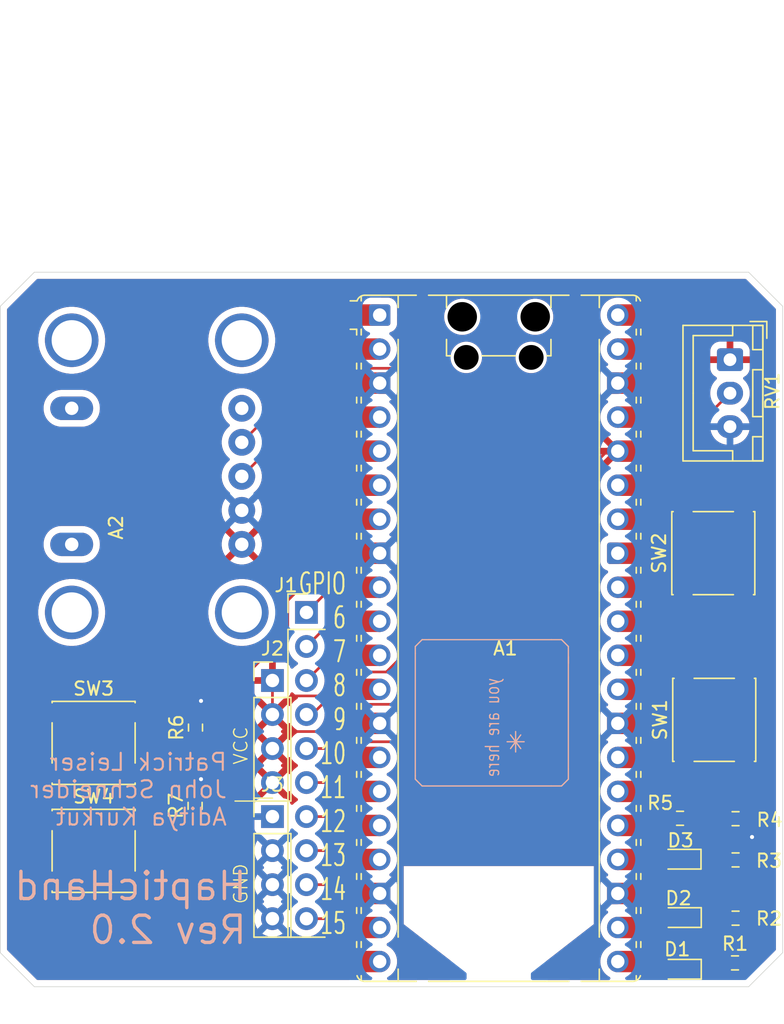
<source format=kicad_pcb>
(kicad_pcb (version 20241229) (generator "pcbnew") (generator_version "9.0")
  (layers (0 "F.Cu" signal) (2 "B.Cu" signal) (13 "F.Paste" user) (15 "B.Paste" user) (5 "F.SilkS" user "F.Silkscreen") (7 "B.SilkS" user "B.Silkscreen") (1 "F.Mask" user) (3 "B.Mask" user) (25 "Edge.Cuts" user))
  (net 0 "")
  (net 1 "Net-(A1-GPIO7)")
  (net 2 "Net-(A1-GPIO13)")
  (net 3 "Net-(A1-GPIO14)")
  (net 4 "VCC")
  (net 5 "Net-(A1-GPIO26_ADC0)")
  (net 6 "Net-(A1-GPIO18)")
  (net 7 "Net-(A1-GPIO15)")
  (net 10 "Net-(A1-GPIO3)")
  (net 11 "Net-(A1-GPIO9)")
  (net 12 "GND")
  (net 13 "Net-(A1-GPIO10)")
  (net 14 "Net-(A1-GPIO20)")
  (net 15 "Net-(A1-GPIO6)")
  (net 17 "Net-(A1-GPIO17)")
  (net 20 "Net-(A1-GPIO16)")
  (net 21 "Net-(A1-GPIO12)")
  (net 23 "Net-(A1-GPIO8)")
  (net 24 "Net-(A1-GPIO11)")
  (net 29 "Net-(A1-GPIO2)")
  (net 30 "Net-(A1-GPIO19)")
  (net 31 "Net-(A2-Motor-)")
  (net 32 "Net-(A2-Motor+)")
  (net 34 "Net-(D1-K)")
  (net 35 "Net-(D2-K)")
  (net 36 "Net-(D3-K)")
  (net 38 "btn_4")
  (net 40 "btn_3")
  (footprint "Connector_PinHeader_2.54mm:PinHeader_1x04_P2.54mm_Vertical" (layer "F.Cu") (at 101.6 119.38)
    (property "Reference" "J2")
    (property "Value" "Conn_01x04_Pin")
  )
  (footprint "Resistor_SMD:R_0603_1608Metric_Pad0.98x0.95mm_HandSolder" (layer "F.Cu") (at 95.825 128.737 90)
    (property "Reference" "R7")
    (property "Value" "R_Small")
  )
  (footprint "LED_SMD:LED_0603_1608Metric_Pad1.05x0.95mm_HandSolder" (layer "F.Cu") (at 131.962 137.077 180)
    (property "Reference" "D2")
    (property "Value" "LED")
  )
  (footprint "Resistor_SMD:R_0603_1608Metric_Pad0.98x0.95mm_HandSolder" (layer "F.Cu") (at 136.185 132.775)
    (property "Reference" "R3")
    (property "Value" "R_Small")
  )
  (footprint "Connector_PinHeader_2.54mm:PinHeader_1x10_P2.54mm_Vertical" (layer "F.Cu") (at 104.14 114.3)
    (property "Reference" "J1")
    (property "Value" "GPIO6-15")
  )
  (footprint "Button_Switch_SMD:SW_Push_1P1T_NO_E-Switch_TL3301NxxxxxG" (layer "F.Cu") (at 134.593 122.319 90)
    (property "Reference" "SW1")
    (property "Value" "SW_Push")
  )
  (footprint "Resistor_SMD:R_0603_1608Metric_Pad0.98x0.95mm_HandSolder" (layer "F.Cu") (at 136.185 137.123)
    (property "Reference" "R2")
    (property "Value" "R_Small")
  )
  (footprint "HapticHand_Project_Library:Adafruit DRV2605L Breakout" (layer "F.Cu") (at 84.07 116.84 90)
    (property "Reference" "A2")
    (property "Value" "Haptic Breakout")
  )
  (footprint "LED_SMD:LED_0603_1608Metric_Pad1.05x0.95mm_HandSolder" (layer "F.Cu") (at 131.962 140.937 180)
    (property "Reference" "D1")
    (property "Value" "LED")
  )
  (footprint "Resistor_SMD:R_0603_1608Metric_Pad0.98x0.95mm_HandSolder" (layer "F.Cu") (at 136.185 129.697)
    (property "Reference" "R4")
    (property "Value" "R_Small")
  )
  (footprint "Button_Switch_SMD:SW_Push_1P1T_NO_E-Switch_TL3301NxxxxxG" (layer "F.Cu") (at 134.523 109.873 90)
    (property "Reference" "SW2")
    (property "Value" "SW_Push")
  )
  (footprint "Resistor_SMD:R_0603_1608Metric_Pad0.98x0.95mm_HandSolder" (layer "F.Cu") (at 136.144 140.462)
    (property "Reference" "R1")
    (property "Value" "R_Small")
  )
  (footprint "Connector_JST:JST_XH_B3B-XH-A_1x03_P2.50mm_Vertical" (layer "F.Cu") (at 135.769 95.431 -90)
    (property "Reference" "RV1")
    (property "Value" "R_Potentiometer_US")
  )
  (footprint "Button_Switch_SMD:SW_Push_1P1T_NO_E-Switch_TL3301NxxxxxG" (layer "F.Cu") (at 88.247 124.039)
    (property "Reference" "SW3")
    (property "Value" "SW_Push")
  )
  (footprint "Button_Switch_SMD:SW_Push_1P1T_NO_E-Switch_TL3301NxxxxxG" (layer "F.Cu") (at 88.247 132.097)
    (property "Reference" "SW4")
    (property "Value" "SW_Push")
  )
  (footprint "Resistor_SMD:R_0603_1608Metric_Pad0.98x0.95mm_HandSolder" (layer "F.Cu") (at 95.855 122.895 90)
    (property "Reference" "R6")
    (property "Value" "R_Small")
  )
  (footprint "LED_SMD:LED_0603_1608Metric_Pad1.05x0.95mm_HandSolder" (layer "F.Cu") (at 131.944 132.721 180)
    (property "Reference" "D3")
    (property "Value" "LED")
  )
  (footprint "Module:RaspberryPi_Pico_Common_Unspecified" (layer "F.Cu") (at 118.499 116.23)
    (property "Reference" "A1")
    (property "Value" "RaspberryPi_Pico_W")
  )
  (footprint "Connector_PinHeader_2.54mm:PinHeader_1x04_P2.54mm_Vertical" (layer "F.Cu") (at 101.6 129.54)
    (property "Reference" "J3")
    (property "Value" "Conn_01x04_Pin")
  )
  (footprint "Resistor_SMD:R_0603_1608Metric_Pad0.98x0.95mm_HandSolder" (layer "F.Cu") (at 132.039 129.667)
    (property "Reference" "R5")
    (property "Value" "R_Small")
  )
  (gr_line (start 98.806 128.38) (end 102.98 128.38) (stroke (width 0.1)) (layer "F.SilkS"))
  (gr_line (start 113.284 116.332) (end 122.428 116.332) (stroke (width 0.1)) (layer "B.SilkS"))
  (gr_line (start 123.698 126.746) (end 123.698 125.984) (stroke (width 0.1)) (layer "B.SilkS"))
  (gr_line (start 112.776 116.332) (end 113.284 116.332) (stroke (width 0.1)) (layer "B.SilkS"))
  (gr_line (start 119.38 124.46) (end 120.142 123.444) (stroke (width 0.1)) (layer "B.SilkS"))
  (gr_line (start 112.268 126.746) (end 112.268 126.492) (stroke (width 0.1)) (layer "B.SilkS"))
  (gr_line (start 122.428 127.254) (end 112.776 127.254) (stroke (width 0.1)) (layer "B.SilkS"))
  (gr_line (start 112.776 127.254) (end 112.268 126.746) (stroke (width 0.1)) (layer "B.SilkS"))
  (gr_line (start 123.698 126.746) (end 123.19 127.254) (stroke (width 0.1)) (layer "B.SilkS"))
  (gr_line (start 123.698 117.602) (end 123.698 125.984) (stroke (width 0.1)) (layer "B.SilkS"))
  (gr_line (start 119.761 124.714) (end 119.761 123.19) (stroke (width 0.1)) (layer "B.SilkS"))
  (gr_line (start 122.428 116.332) (end 123.19 116.332) (stroke (width 0.1)) (layer "B.SilkS"))
  (gr_line (start 123.698 118.11) (end 123.698 116.84) (stroke (width 0.1)) (layer "B.SilkS"))
  (gr_line (start 112.268 116.84) (end 112.268 117.348) (stroke (width 0.1)) (layer "B.SilkS"))
  (gr_line (start 119.126 123.952) (end 120.396 123.952) (stroke (width 0.1)) (layer "B.SilkS"))
  (gr_line (start 123.19 127.254) (end 122.428 127.254) (stroke (width 0.1)) (layer "B.SilkS"))
  (gr_line (start 112.776 116.332) (end 112.268 116.84) (stroke (width 0.1)) (layer "B.SilkS"))
  (gr_line (start 123.19 116.332) (end 123.698 116.84) (stroke (width 0.1)) (layer "B.SilkS"))
  (gr_line (start 112.268 126.492) (end 112.268 117.348) (stroke (width 0.1)) (layer "B.SilkS"))
  (gr_line (start 119.38 123.444) (end 120.142 124.46) (stroke (width 0.1)) (layer "B.SilkS"))
  (gr_line (start 137.16 88.9) (end 139.7 91.44) (stroke (width 0.05)) (layer "Edge.Cuts"))
  (gr_line (start 83.82 88.9) (end 81.28 91.44) (stroke (width 0.05)) (layer "Edge.Cuts"))
  (gr_line (start 139.7 139.7) (end 137.16 142.24) (stroke (width 0.05)) (layer "Edge.Cuts"))
  (gr_line (start 83.82 142.24) (end 137.16 142.24) (stroke (width 0.05)) (layer "Edge.Cuts"))
  (gr_line (start 81.28 139.7) (end 83.82 142.24) (stroke (width 0.05)) (layer "Edge.Cuts"))
  (gr_line (start 137.16 88.9) (end 83.82 88.9) (stroke (width 0.05)) (layer "Edge.Cuts"))
  (gr_line (start 139.7 139.7) (end 139.7 91.44) (stroke (width 0.05)) (layer "Edge.Cuts"))
  (gr_line (start 81.28 91.44) (end 81.28 139.7) (stroke (width 0.05)) (layer "Edge.Cuts"))
  (gr_text "VCC" (at 99.822 125.73 90) (layer "F.SilkS") (effects (font (size 1 1) (thickness 0.1)) (justify left bottom)))
  (gr_text "GND" (at 99.822 136.144 90) (layer "F.SilkS") (effects (font (size 1 1) (thickness 0.1)) (justify left bottom)))
  (gr_text "GPIO\n6\n7\n8\n9\n10\n11\n12\n13\n14\n15" (at 107.188 138.43 0) (layer "F.SilkS") (effects (font (size 1.5748 1)) (justify right bottom)))
  (gr_text "HapticHand\nRev 2.0" (at 99.822 139.192 0) (layer "B.SilkS") (effects (font (size 2.032 2.032) (thickness 0.254)) (justify left bottom mirror)))
  (gr_text "you are here" (at 118.618 119.126 90) (layer "B.SilkS") (effects (font (size 1 0.762) (thickness 0.1)) (justify left bottom mirror)))
  (gr_text "Patrick Leiser\nJohn Schneider\nAditya Kurkut" (at 98.298 130.302 0) (layer "B.SilkS") (effects (font (size 1.27 1.27) (thickness 0.15875)) (justify left bottom mirror)))
  (segment (start 106.02 114.96) (end 104.14 116.84) (width 0.2) (layer "F.Cu") (net 1))
  (segment (start 108.809 114.96) (end 106.02 114.96) (width 0.2) (layer "F.Cu") (net 1))
  (segment (start 106.196 132.74) (end 109.609 132.74) (width 0.2) (layer "F.Cu") (net 2))
  (segment (start 106.196 132.74) (end 105.536 132.08) (width 0.2) (layer "F.Cu") (net 2))
  (segment (start 105.536 132.08) (end 104.14 132.08) (width 0.2) (layer "F.Cu") (net 2))
  (segment (start 105.609 134.62) (end 104.14 134.62) (width 0.2) (layer "F.Cu") (net 3))
  (segment (start 108.736 137.82) (end 109.609 137.82) (width 0.2) (layer "F.Cu") (net 3))
  (segment (start 108.809 137.82) (end 105.609 134.62) (width 0.2) (layer "F.Cu") (net 3))
  (segment (start 102.743 123.063) (end 101.6 121.92) (width 0.2) (layer "F.Cu") (net 4))
  (segment (start 101.157 96.074) (end 100.584 96.647) (width 0.2) (layer "F.Cu") (net 4))
  (segment (start 110.744 123.952) (end 107.188 123.952) (width 0.2) (layer "F.Cu") (net 4))
  (segment (start 111.506 123.19) (end 110.744 123.952) (width 0.2) (layer "F.Cu") (net 4))
  (segment (start 107.188 123.952) (end 106.426 123.19) (width 0.2) (layer "F.Cu") (net 4))
  (segment (start 122.792 97.663) (end 116.672463 97.663) (width 0.2) (layer "F.Cu") (net 4))
  (segment (start 111.887 118.11) (end 111.887 117.983) (width 0.2) (layer "F.Cu") (net 4))
  (segment (start 111.887 118.11) (end 111.887 119.761) (width 0.2) (layer "F.Cu") (net 4))
  (segment (start 126.594 102.26) (end 127.389 102.26) (width 0.2) (layer "F.Cu") (net 4))
  (segment (start 102.989 120.531) (end 101.6 121.92) (width 0.2) (layer "F.Cu") (net 4))
  (segment (start 111.887 117.983) (end 111.379 117.475) (width 0.2) (layer "F.Cu") (net 4))
  (segment (start 107.696 121.158) (end 105.664 123.19) (width 0.2) (layer "F.Cu") (net 4))
  (segment (start 106.81676 118.745) (end 105.03076 120.531) (width 0.2) (layer "F.Cu") (net 4))
  (segment (start 105.03076 120.531) (end 102.989 120.531) (width 0.2) (layer "F.Cu") (net 4))
  (segment (start 102.743 123.19) (end 102.743 123.063) (width 0.2) (layer "F.Cu") (net 4))
  (segment (start 127.389 102.26) (end 122.792 97.663) (width 0.2) (layer "F.Cu") (net 4))
  (segment (start 110.744 120.904) (end 110.49 121.158) (width 0.2) (layer "F.Cu") (net 4))
  (segment (start 110.109 118.745) (end 106.81676 118.745) (width 0.2) (layer "F.Cu") (net 4))
  (segment (start 98.298 96.647) (end 97.282 97.663) (width 0.2) (layer "F.Cu") (net 4))
  (segment (start 100.584 96.647) (end 98.298 96.647) (width 0.2) (layer "F.Cu") (net 4))
  (segment (start 110.744 120.904) (end 111.506 121.666) (width 0.2) (layer "F.Cu") (net 4))
  (segment (start 101.6 119.38) (end 101.6 121.92) (width 0.2) (layer "F.Cu") (net 4))
  (segment (start 111.379 117.475) (end 126.594 102.26) (width 0.2) (layer "F.Cu") (net 4))
  (segment (start 97.282 97.663) (end 97.282 107.192) (width 0.2) (layer "F.Cu") (net 4))
  (segment (start 97.282 107.192) (end 99.31 109.22) (width 0.2) (layer "F.Cu") (net 4))
  (segment (start 110.49 121.158) (end 107.696 121.158) (width 0.2) (layer "F.Cu") (net 4))
  (segment (start 111.887 119.761) (end 110.744 120.904) (width 0.2) (layer "F.Cu") (net 4))
  (segment (start 116.672463 97.663) (end 115.083463 96.074) (width 0.2) (layer "F.Cu") (net 4))
  (segment (start 105.664 123.19) (end 102.743 123.19) (width 0.2) (layer "F.Cu") (net 4))
  (segment (start 111.379 117.475) (end 110.109 118.745) (width 0.2) (layer "F.Cu") (net 4))
  (segment (start 115.083463 96.074) (end 101.157 96.074) (width 0.2) (layer "F.Cu") (net 4))
  (segment (start 111.506 121.666) (end 111.506 123.19) (width 0.2) (layer "F.Cu") (net 4))
  (segment (start 130.095 103.605) (end 130.095 113.38537) (width 0.2) (layer "F.Cu") (net 5))
  (segment (start 128.52037 114.96) (end 127.389 114.96) (width 0.2) (layer "F.Cu") (net 5))
  (segment (start 130.095 113.38537) (end 128.52037 114.96) (width 0.2) (layer "F.Cu") (net 5))
  (segment (start 135.769 97.931) (end 130.095 103.605) (width 0.2) (layer "F.Cu") (net 5))
  (segment (start 128.189 132.74) (end 131.05 132.74) (width 0.2) (layer "F.Cu") (net 6))
  (segment (start 131.05 132.74) (end 131.069 132.721) (width 0.2) (layer "F.Cu") (net 6))
  (segment (start 108.736 140.36) (end 109.609 140.36) (width 0.2) (layer "F.Cu") (net 7))
  (segment (start 108.809 140.36) (end 105.609 137.16) (width 0.2) (layer "F.Cu") (net 7))
  (segment (start 105.609 137.16) (end 104.14 137.16) (width 0.2) (layer "F.Cu") (net 7))
  (segment (start 109.609 102.26) (end 101.19 102.26) (width 0.2) (layer "F.Cu") (net 10))
  (segment (start 107.794 102.26) (end 108.809 102.26) (width 0.2) (layer "F.Cu") (net 10))
  (segment (start 101.19 102.26) (end 99.31 104.14) (width 0.2) (layer "F.Cu") (net 10))
  (segment (start 104.554 121.92) (end 104.14 121.92) (width 0.2) (layer "F.Cu") (net 11))
  (segment (start 106.434 120.04) (end 104.554 121.92) (width 0.2) (layer "F.Cu") (net 11))
  (segment (start 106.434 120.04) (end 108.809 120.04) (width 0.2) (layer "F.Cu") (net 11))
  (segment (start 137.0975 131.3805) (end 137.414 131.064) (width 0.2) (layer "F.Cu") (net 12))
  (segment (start 96.266 126.746) (end 96.266 127.3835) (width 0.2) (layer "F.Cu") (net 12))
  (segment (start 133.35 130.81) (end 137.16 130.81) (width 0.2) (layer "F.Cu") (net 12))
  (segment (start 96.266 121.5715) (end 95.855 121.9825) (width 0.2) (layer "F.Cu") (net 12))
  (segment (start 137.0975 129.697) (end 137.0975 130.7475) (width 0.2) (layer "F.Cu") (net 12))
  (segment (start 137.0975 130.7475) (end 137.414 131.064) (width 0.2) (layer "F.Cu") (net 12))
  (segment (start 137.16 130.81) (end 137.414 131.064) (width 0.2) (layer "F.Cu") (net 12))
  (segment (start 96.266 127.3835) (end 95.825 127.8245) (width 0.2) (layer "F.Cu") (net 12))
  (segment (start 132.9515 130.4115) (end 133.35 130.81) (width 0.2) (layer "F.Cu") (net 12))
  (segment (start 137.0975 132.775) (end 137.0975 131.3805) (width 0.2) (layer "F.Cu") (net 12))
  (segment (start 137.0975 132.775) (end 137.0975 133.2875) (width 0.2) (layer "F.Cu") (net 12))
  (segment (start 137.0975 133.2875) (end 137.0565 133.3285) (width 0.2) (layer "F.Cu") (net 12))
  (segment (start 137.0565 133.3285) (end 137.0565 140.462) (width 0.2) (layer "F.Cu") (net 12))
  (segment (start 132.9515 129.667) (end 132.9515 130.4115) (width 0.2) (layer "F.Cu") (net 12))
  (segment (start 96.266 120.904) (end 96.266 121.5715) (width 0.2) (layer "F.Cu") (net 12))
  (via (at 96.266 126.746) (size 0.6) (drill 0.3) (layers "F.Cu" "B.Cu") (net 12))
  (via (at 137.414 131.064) (size 0.6) (drill 0.3) (layers "F.Cu" "B.Cu") (net 12))
  (via (at 96.266 120.904) (size 0.6) (drill 0.3) (layers "F.Cu" "B.Cu") (net 12))
  (segment (start 106.196 125.12) (end 105.536 124.46) (width 0.2) (layer "F.Cu") (net 13))
  (segment (start 105.536 124.46) (end 104.14 124.46) (width 0.2) (layer "F.Cu") (net 13))
  (segment (start 106.196 125.12) (end 108.809 125.12) (width 0.2) (layer "F.Cu") (net 13))
  (segment (start 131.1265 115.5695) (end 131.1265 129.667) (width 0.2) (layer "F.Cu") (net 14))
  (segment (start 128.189 127.66) (end 130.196 129.667) (width 0.2) (layer "F.Cu") (net 14))
  (segment (start 130.196 129.667) (end 131.1265 129.667) (width 0.2) (layer "F.Cu") (net 14))
  (segment (start 132.273 114.423) (end 131.1265 115.5695) (width 0.2) (layer "F.Cu") (net 14))
  (segment (start 106.02 112.42) (end 104.14 114.3) (width 0.2) (layer "F.Cu") (net 15))
  (segment (start 108.809 112.42) (end 106.02 112.42) (width 0.2) (layer "F.Cu") (net 15))
  (segment (start 130.344 137.82) (end 131.087 137.077) (width 0.2) (layer "F.Cu") (net 17))
  (segment (start 128.189 137.82) (end 130.344 137.82) (width 0.2) (layer "F.Cu") (net 17))
  (segment (start 130.51 140.36) (end 131.087 140.937) (width 0.2) (layer "F.Cu") (net 20))
  (segment (start 128.189 140.36) (end 130.51 140.36) (width 0.2) (layer "F.Cu") (net 20))
  (segment (start 106.196 130.2) (end 108.809 130.2) (width 0.2) (layer "F.Cu") (net 21))
  (segment (start 105.536 129.54) (end 104.14 129.54) (width 0.2) (layer "F.Cu") (net 21))
  (segment (start 106.196 130.2) (end 105.536 129.54) (width 0.2) (layer "F.Cu") (net 21))
  (segment (start 106.02 117.5) (end 104.14 119.38) (width 0.2) (layer "F.Cu") (net 23))
  (segment (start 108.809 117.5) (end 106.02 117.5) (width 0.2) (layer "F.Cu") (net 23))
  (segment (start 105.536 127) (end 104.14 127) (width 0.2) (layer "F.Cu") (net 24))
  (segment (start 106.196 127.66) (end 105.536 127) (width 0.2) (layer "F.Cu") (net 24))
  (segment (start 106.196 127.66) (end 109.609 127.66) (width 0.2) (layer "F.Cu") (net 24))
  (segment (start 108.809 99.72) (end 101.19 99.72) (width 0.2) (layer "F.Cu") (net 29))
  (segment (start 101.19 99.72) (end 99.31 101.6) (width 0.2) (layer "F.Cu") (net 29))
  (segment (start 132.163 127.049) (end 132.343 126.869) (width 0.2) (layer "F.Cu") (net 30))
  (segment (start 132.163 130.219) (end 132.163 127.049) (width 0.2) (layer "F.Cu") (net 30))
  (segment (start 135.171 129.697) (end 132.343 126.869) (width 0.2) (layer "F.Cu") (net 30))
  (segment (start 128.189 130.2) (end 128.545 130.556) (width 0.2) (layer "F.Cu") (net 30))
  (segment (start 128.545 130.556) (end 131.826 130.556) (width 0.2) (layer "F.Cu") (net 30))
  (segment (start 135.2725 129.697) (end 135.171 129.697) (width 0.2) (layer "F.Cu") (net 30))
  (segment (start 131.826 130.556) (end 132.163 130.219) (width 0.2) (layer "F.Cu") (net 30))
  (segment (start 134.7565 140.937) (end 135.2315 140.462) (width 0.2) (layer "F.Cu") (net 34))
  (segment (start 132.837 140.937) (end 134.7565 140.937) (width 0.2) (layer "F.Cu") (net 34))
  (segment (start 135.2265 137.077) (end 135.2725 137.123) (width 0.2) (layer "F.Cu") (net 35))
  (segment (start 132.837 137.077) (end 135.2265 137.077) (width 0.2) (layer "F.Cu") (net 35))
  (segment (start 135.2185 132.721) (end 135.2725 132.775) (width 0.2) (layer "F.Cu") (net 36))
  (segment (start 132.819 132.721) (end 135.2185 132.721) (width 0.2) (layer "F.Cu") (net 36))
  (segment (start 97.155 121.432043) (end 97.155 128.3195) (width 0.2) (layer "F.Cu") (net 38))
  (segment (start 94.8865 129.6495) (end 94.689 129.847) (width 0.2) (layer "F.Cu") (net 38))
  (segment (start 95.825 129.6495) (end 94.8865 129.6495) (width 0.2) (layer "F.Cu") (net 38))
  (segment (start 102.743 113.406) (end 102.743 115.844043) (width 0.2) (layer "F.Cu") (net 38))
  (segment (start 97.155 128.3195) (end 95.825 129.6495) (width 0.2) (layer "F.Cu") (net 38))
  (segment (start 94.689 129.847) (end 92.797 129.847) (width 0.2) (layer "F.Cu") (net 38))
  (segment (start 108.809 107.34) (end 102.743 113.406) (width 0.2) (layer "F.Cu") (net 38))
  (segment (start 102.743 115.844043) (end 97.155 121.432043) (width 0.2) (layer "F.Cu") (net 38))
  (segment (start 95.855 123.8075) (end 94.8155 123.8075) (width 0.2) (layer "F.Cu") (net 40))
  (segment (start 102.7039 110.9101) (end 102.33245 111.28155) (width 0.2) (layer "F.Cu") (net 40))
  (segment (start 94.8155 123.8075) (end 92.797 121.789) (width 0.2) (layer "F.Cu") (net 40))
  (segment (start 102.7039 110.9051) (end 102.7039 110.9101) (width 0.2) (layer "F.Cu") (net 40))
  (segment (start 96.667 121.352943) (end 96.667 122.9955) (width 0.2) (layer "F.Cu") (net 40))
  (segment (start 96.667 122.9955) (end 95.855 123.8075) (width 0.2) (layer "F.Cu") (net 40))
  (segment (start 108.809 104.8) (end 102.7039 110.9051) (width 0.2) (layer "F.Cu") (net 40))
  (segment (start 102.33245 115.687493) (end 96.667 121.352943) (width 0.2) (layer "F.Cu") (net 40))
  (segment (start 102.33245 111.28155) (end 102.33245 115.687493) (width 0.2) (layer "F.Cu") (net 40))
  (zone (net 4) (net_name "VCC") (layer "F.Cu") (priority 1) (connect_pads (clearance 0.5)) (min_thickness 0.25) (fill yes (thermal_gap 0.5) (thermal_bridge_width 0.5))
    (polygon (pts (xy 81.28 88.9) (xy 81.28 142.24) (xy 139.7 142.24) (xy 139.7 88.850353)))
  )
  (zone (net 12) (net_name "GND") (layer "B.Cu") (connect_pads (clearance 0.5)) (min_thickness 0.25) (fill yes (thermal_gap 0.5) (thermal_bridge_width 0.5))
    (polygon (pts (xy 81.28 88.9) (xy 81.28 142.24) (xy 139.7 142.231873) (xy 139.7 88.9)))
  )
)
</source>
